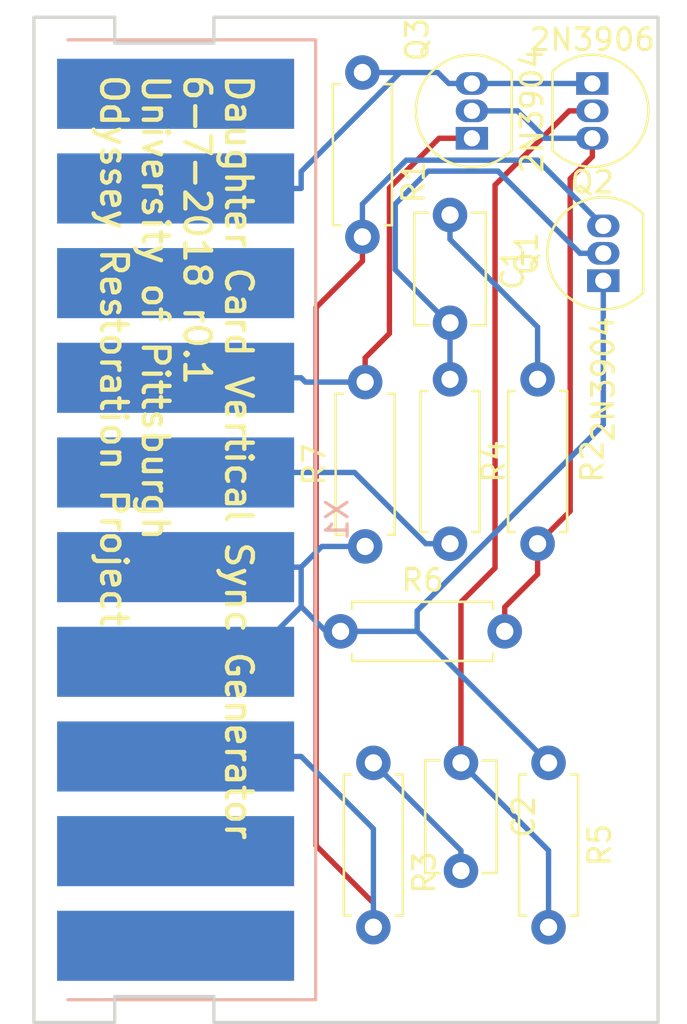
<source format=kicad_pcb>
(kicad_pcb (version 20171130) (host pcbnew "(2017-12-21 revision 23d71cfa9)-makepkg")

  (general
    (thickness 1.6)
    (drawings 13)
    (tracks 76)
    (zones 0)
    (modules 13)
    (nets 15)
  )

  (page A4)
  (title_block
    (title "Odyssey Daughter Card Vertical Sync Generator")
    (date 2018-06-07)
    (rev 0.1)
    (company "University of Pittsburgh - Odyssey Restoration Project")
    (comment 1 "Levi Burner")
  )

  (layers
    (0 F.Cu signal)
    (31 B.Cu signal)
    (32 B.Adhes user)
    (33 F.Adhes user)
    (34 B.Paste user)
    (35 F.Paste user)
    (36 B.SilkS user)
    (37 F.SilkS user)
    (38 B.Mask user)
    (39 F.Mask user)
    (40 Dwgs.User user)
    (41 Cmts.User user)
    (42 Eco1.User user)
    (43 Eco2.User user)
    (44 Edge.Cuts user)
    (45 Margin user)
    (46 B.CrtYd user)
    (47 F.CrtYd user)
    (48 B.Fab user)
    (49 F.Fab user)
  )

  (setup
    (last_trace_width 0.25)
    (user_trace_width 2.5)
    (trace_clearance 0.2)
    (zone_clearance 0.508)
    (zone_45_only no)
    (trace_min 0.2)
    (segment_width 0.2)
    (edge_width 0.15)
    (via_size 0.8)
    (via_drill 0.4)
    (via_min_size 0.4)
    (via_min_drill 0.3)
    (uvia_size 0.3)
    (uvia_drill 0.1)
    (uvias_allowed no)
    (uvia_min_size 0.2)
    (uvia_min_drill 0.1)
    (pcb_text_width 0.3)
    (pcb_text_size 1.5 1.5)
    (mod_edge_width 0.15)
    (mod_text_size 1 1)
    (mod_text_width 0.15)
    (pad_size 1.524 1.524)
    (pad_drill 0.762)
    (pad_to_mask_clearance 0.2)
    (aux_axis_origin 0 0)
    (visible_elements 7FFFFFFF)
    (pcbplotparams
      (layerselection 0x010fc_ffffffff)
      (usegerberextensions false)
      (usegerberattributes false)
      (usegerberadvancedattributes false)
      (creategerberjobfile false)
      (excludeedgelayer true)
      (linewidth 0.100000)
      (plotframeref false)
      (viasonmask false)
      (mode 1)
      (useauxorigin false)
      (hpglpennumber 1)
      (hpglpenspeed 20)
      (hpglpendiameter 15)
      (psnegative false)
      (psa4output false)
      (plotreference true)
      (plotvalue true)
      (plotinvisibletext false)
      (padsonsilk false)
      (subtractmaskfromsilk false)
      (outputformat 1)
      (mirror false)
      (drillshape 1)
      (scaleselection 1)
      (outputdirectory ""))
  )

  (net 0 "")
  (net 1 "Net-(C1-Pad1)")
  (net 2 "Net-(C1-Pad2)")
  (net 3 "Net-(C2-Pad2)")
  (net 4 "Net-(C2-Pad1)")
  (net 5 /Card3)
  (net 6 GND)
  (net 7 "Net-(Q2-Pad3)")
  (net 8 /Card9)
  (net 9 /Card7)
  (net 10 /Card6)
  (net 11 /Card10)
  (net 12 /Card8)
  (net 13 /Card2)
  (net 14 /Card1)

  (net_class Default "This is the default net class."
    (clearance 0.2)
    (trace_width 0.25)
    (via_dia 0.8)
    (via_drill 0.4)
    (uvia_dia 0.3)
    (uvia_drill 0.1)
    (add_net /Card1)
    (add_net /Card10)
    (add_net /Card2)
    (add_net /Card3)
    (add_net /Card6)
    (add_net /Card7)
    (add_net /Card8)
    (add_net /Card9)
    (add_net GND)
    (add_net "Net-(C1-Pad1)")
    (add_net "Net-(C1-Pad2)")
    (add_net "Net-(C2-Pad1)")
    (add_net "Net-(C2-Pad2)")
    (add_net "Net-(Q2-Pad3)")
  )

  (module Odyssey_Daughter_Card:Odyssey_Daughter_Card (layer F.Cu) (tedit 5B0D8ECD) (tstamp 5B2441A7)
    (at 129 101)
    (path /5B0D981F)
    (fp_text reference X1 (at 7.5 0 90) (layer B.SilkS)
      (effects (font (size 1 1) (thickness 0.15)) (justify mirror))
    )
    (fp_text value OdysseyDaughterCard (at 0 -23.25) (layer F.Fab)
      (effects (font (size 1 1) (thickness 0.15)))
    )
    (fp_line (start -5 -22.25) (end 6.5 -22.25) (layer B.SilkS) (width 0.15))
    (fp_line (start 6.5 -22.25) (end 6.5 22.25) (layer B.SilkS) (width 0.15))
    (fp_line (start 6.5 22.25) (end -5 22.25) (layer B.SilkS) (width 0.15))
    (pad 10 smd rect (at 0 -19.75) (size 11 3.25) (layers B.Cu B.Mask)
      (net 11 /Card10))
    (pad 9 smd rect (at 0 -15.361112) (size 11 3.25) (layers B.Cu B.Mask)
      (net 8 /Card9))
    (pad 8 smd rect (at 0 -10.972224) (size 11 3.25) (layers B.Cu B.Mask)
      (net 12 /Card8))
    (pad 7 smd rect (at 0 -6.583336) (size 11 3.25) (layers B.Cu B.Mask)
      (net 9 /Card7))
    (pad 6 smd rect (at 0 -2.194448) (size 11 3.25) (layers B.Cu B.Mask)
      (net 10 /Card6))
    (pad 5 smd rect (at 0 2.19444) (size 11 3.25) (layers B.Cu B.Mask)
      (net 6 GND))
    (pad 4 smd rect (at 0 6.583328) (size 11 3.25) (layers B.Cu B.Mask)
      (net 6 GND))
    (pad 3 smd rect (at 0 10.972216) (size 11 3.25) (layers B.Cu B.Mask)
      (net 5 /Card3))
    (pad 2 smd rect (at 0 15.361104) (size 11 3.25) (layers B.Cu B.Mask)
      (net 13 /Card2))
    (pad 1 smd rect (at 0 19.749992) (size 11 3.25) (layers B.Cu B.Mask)
      (net 14 /Card1))
  )

  (module Package_TO_SOT_THT:TO-92_Inline (layer F.Cu) (tedit 5B19C40B) (tstamp 5B3B8630)
    (at 148.844 89.916 90)
    (descr "TO-92 leads in-line, narrow, oval pads, drill 0.75mm (see NXP sot054_po.pdf)")
    (tags "to-92 sc-43 sc-43a sot54 PA33 transistor")
    (path /5B19B92C)
    (fp_text reference Q1 (at 1.27 -3.56 90) (layer F.SilkS)
      (effects (font (size 1 1) (thickness 0.15)))
    )
    (fp_text value 2N3904 (at -4.572 0 90) (layer F.SilkS)
      (effects (font (size 1 1) (thickness 0.15)))
    )
    (fp_text user %R (at 1.27 -3.56 90) (layer F.Fab)
      (effects (font (size 1 1) (thickness 0.15)))
    )
    (fp_line (start -0.53 1.85) (end 3.07 1.85) (layer F.SilkS) (width 0.12))
    (fp_line (start -0.5 1.75) (end 3 1.75) (layer F.Fab) (width 0.1))
    (fp_line (start -1.46 -2.73) (end 4 -2.73) (layer F.CrtYd) (width 0.05))
    (fp_line (start -1.46 -2.73) (end -1.46 2.01) (layer F.CrtYd) (width 0.05))
    (fp_line (start 4 2.01) (end 4 -2.73) (layer F.CrtYd) (width 0.05))
    (fp_line (start 4 2.01) (end -1.46 2.01) (layer F.CrtYd) (width 0.05))
    (fp_arc (start 1.27 0) (end 1.27 -2.48) (angle 135) (layer F.Fab) (width 0.1))
    (fp_arc (start 1.27 0) (end 1.27 -2.6) (angle -135) (layer F.SilkS) (width 0.12))
    (fp_arc (start 1.27 0) (end 1.27 -2.48) (angle -135) (layer F.Fab) (width 0.1))
    (fp_arc (start 1.27 0) (end 1.27 -2.6) (angle 135) (layer F.SilkS) (width 0.12))
    (pad 2 thru_hole oval (at 1.27 0 90) (size 1.05 1.5) (drill 0.75) (layers *.Cu *.Mask)
      (net 2 "Net-(C1-Pad2)"))
    (pad 3 thru_hole oval (at 2.54 0 90) (size 1.05 1.5) (drill 0.75) (layers *.Cu *.Mask)
      (net 5 /Card3))
    (pad 1 thru_hole rect (at 0 0 90) (size 1.05 1.5) (drill 0.75) (layers *.Cu *.Mask)
      (net 6 GND))
    (model ${KISYS3DMOD}/Package_TO_SOT_THT.3dshapes/TO-92_Inline.wrl
      (at (xyz 0 0 0))
      (scale (xyz 1 1 1))
      (rotate (xyz 0 0 0))
    )
  )

  (module Package_TO_SOT_THT:TO-92_Inline (layer F.Cu) (tedit 5B19C3FC) (tstamp 5B3B8642)
    (at 148.336 80.772 270)
    (descr "TO-92 leads in-line, narrow, oval pads, drill 0.75mm (see NXP sot054_po.pdf)")
    (tags "to-92 sc-43 sc-43a sot54 PA33 transistor")
    (path /5B19BAA2)
    (fp_text reference Q2 (at 4.572 0) (layer F.SilkS)
      (effects (font (size 1 1) (thickness 0.15)))
    )
    (fp_text value 2N3906 (at -2.032 0) (layer F.SilkS)
      (effects (font (size 1 1) (thickness 0.15)))
    )
    (fp_text user %R (at 1.27 -3.56 270) (layer F.Fab)
      (effects (font (size 1 1) (thickness 0.15)))
    )
    (fp_line (start -0.53 1.85) (end 3.07 1.85) (layer F.SilkS) (width 0.12))
    (fp_line (start -0.5 1.75) (end 3 1.75) (layer F.Fab) (width 0.1))
    (fp_line (start -1.46 -2.73) (end 4 -2.73) (layer F.CrtYd) (width 0.05))
    (fp_line (start -1.46 -2.73) (end -1.46 2.01) (layer F.CrtYd) (width 0.05))
    (fp_line (start 4 2.01) (end 4 -2.73) (layer F.CrtYd) (width 0.05))
    (fp_line (start 4 2.01) (end -1.46 2.01) (layer F.CrtYd) (width 0.05))
    (fp_arc (start 1.27 0) (end 1.27 -2.48) (angle 135) (layer F.Fab) (width 0.1))
    (fp_arc (start 1.27 0) (end 1.27 -2.6) (angle -135) (layer F.SilkS) (width 0.12))
    (fp_arc (start 1.27 0) (end 1.27 -2.48) (angle -135) (layer F.Fab) (width 0.1))
    (fp_arc (start 1.27 0) (end 1.27 -2.6) (angle 135) (layer F.SilkS) (width 0.12))
    (pad 2 thru_hole oval (at 1.27 0 270) (size 1.05 1.5) (drill 0.75) (layers *.Cu *.Mask)
      (net 4 "Net-(C2-Pad1)"))
    (pad 3 thru_hole oval (at 2.54 0 270) (size 1.05 1.5) (drill 0.75) (layers *.Cu *.Mask)
      (net 7 "Net-(Q2-Pad3)"))
    (pad 1 thru_hole rect (at 0 0 270) (size 1.05 1.5) (drill 0.75) (layers *.Cu *.Mask)
      (net 8 /Card9))
    (model ${KISYS3DMOD}/Package_TO_SOT_THT.3dshapes/TO-92_Inline.wrl
      (at (xyz 0 0 0))
      (scale (xyz 1 1 1))
      (rotate (xyz 0 0 0))
    )
  )

  (module Package_TO_SOT_THT:TO-92_Inline (layer F.Cu) (tedit 5B19C415) (tstamp 5B3B8654)
    (at 142.748 83.312 90)
    (descr "TO-92 leads in-line, narrow, oval pads, drill 0.75mm (see NXP sot054_po.pdf)")
    (tags "to-92 sc-43 sc-43a sot54 PA33 transistor")
    (path /5B19B9CB)
    (fp_text reference Q3 (at 4.572 -2.54 90) (layer F.SilkS)
      (effects (font (size 1 1) (thickness 0.15)))
    )
    (fp_text value 2N3904 (at 1.27 2.79 90) (layer F.SilkS)
      (effects (font (size 1 1) (thickness 0.15)))
    )
    (fp_arc (start 1.27 0) (end 1.27 -2.6) (angle 135) (layer F.SilkS) (width 0.12))
    (fp_arc (start 1.27 0) (end 1.27 -2.48) (angle -135) (layer F.Fab) (width 0.1))
    (fp_arc (start 1.27 0) (end 1.27 -2.6) (angle -135) (layer F.SilkS) (width 0.12))
    (fp_arc (start 1.27 0) (end 1.27 -2.48) (angle 135) (layer F.Fab) (width 0.1))
    (fp_line (start 4 2.01) (end -1.46 2.01) (layer F.CrtYd) (width 0.05))
    (fp_line (start 4 2.01) (end 4 -2.73) (layer F.CrtYd) (width 0.05))
    (fp_line (start -1.46 -2.73) (end -1.46 2.01) (layer F.CrtYd) (width 0.05))
    (fp_line (start -1.46 -2.73) (end 4 -2.73) (layer F.CrtYd) (width 0.05))
    (fp_line (start -0.5 1.75) (end 3 1.75) (layer F.Fab) (width 0.1))
    (fp_line (start -0.53 1.85) (end 3.07 1.85) (layer F.SilkS) (width 0.12))
    (fp_text user %R (at 1.27 -3.56 90) (layer F.Fab)
      (effects (font (size 1 1) (thickness 0.15)))
    )
    (pad 1 thru_hole rect (at 0 0 90) (size 1.05 1.5) (drill 0.75) (layers *.Cu *.Mask)
      (net 9 /Card7))
    (pad 3 thru_hole oval (at 2.54 0 90) (size 1.05 1.5) (drill 0.75) (layers *.Cu *.Mask)
      (net 8 /Card9))
    (pad 2 thru_hole oval (at 1.27 0 90) (size 1.05 1.5) (drill 0.75) (layers *.Cu *.Mask)
      (net 7 "Net-(Q2-Pad3)"))
    (model ${KISYS3DMOD}/Package_TO_SOT_THT.3dshapes/TO-92_Inline.wrl
      (at (xyz 0 0 0))
      (scale (xyz 1 1 1))
      (rotate (xyz 0 0 0))
    )
  )

  (module Resistor_THT:R_Axial_DIN0207_L6.3mm_D2.5mm_P7.62mm_Horizontal (layer F.Cu) (tedit 5A24F4B6) (tstamp 5B3B866B)
    (at 137.668 80.264 270)
    (descr "Resistor, Axial_DIN0207 series, Axial, Horizontal, pin pitch=7.62mm, 0.25W = 1/4W, length*diameter=6.3*2.5mm^2, http://cdn-reichelt.de/documents/datenblatt/B400/1_4W%23YAG.pdf")
    (tags "Resistor Axial_DIN0207 series Axial Horizontal pin pitch 7.62mm 0.25W = 1/4W length 6.3mm diameter 2.5mm")
    (path /5B19BB7C)
    (fp_text reference R1 (at 5.08 -2.37 270) (layer F.SilkS)
      (effects (font (size 1 1) (thickness 0.15)))
    )
    (fp_text value 2.2k (at 3.81 2.37 270) (layer F.Fab)
      (effects (font (size 1 1) (thickness 0.15)))
    )
    (fp_line (start 0.66 -1.25) (end 0.66 1.25) (layer F.Fab) (width 0.1))
    (fp_line (start 0.66 1.25) (end 6.96 1.25) (layer F.Fab) (width 0.1))
    (fp_line (start 6.96 1.25) (end 6.96 -1.25) (layer F.Fab) (width 0.1))
    (fp_line (start 6.96 -1.25) (end 0.66 -1.25) (layer F.Fab) (width 0.1))
    (fp_line (start 0 0) (end 0.66 0) (layer F.Fab) (width 0.1))
    (fp_line (start 7.62 0) (end 6.96 0) (layer F.Fab) (width 0.1))
    (fp_line (start 0.54 -1.04) (end 0.54 -1.37) (layer F.SilkS) (width 0.12))
    (fp_line (start 0.54 -1.37) (end 7.08 -1.37) (layer F.SilkS) (width 0.12))
    (fp_line (start 7.08 -1.37) (end 7.08 -1.04) (layer F.SilkS) (width 0.12))
    (fp_line (start 0.54 1.04) (end 0.54 1.37) (layer F.SilkS) (width 0.12))
    (fp_line (start 0.54 1.37) (end 7.08 1.37) (layer F.SilkS) (width 0.12))
    (fp_line (start 7.08 1.37) (end 7.08 1.04) (layer F.SilkS) (width 0.12))
    (fp_line (start -1.05 -1.65) (end -1.05 1.65) (layer F.CrtYd) (width 0.05))
    (fp_line (start -1.05 1.65) (end 8.7 1.65) (layer F.CrtYd) (width 0.05))
    (fp_line (start 8.7 1.65) (end 8.7 -1.65) (layer F.CrtYd) (width 0.05))
    (fp_line (start 8.7 -1.65) (end -1.05 -1.65) (layer F.CrtYd) (width 0.05))
    (fp_text user %R (at 3.81 0 270) (layer F.Fab)
      (effects (font (size 1 1) (thickness 0.15)))
    )
    (pad 1 thru_hole circle (at 0 0 270) (size 1.6 1.6) (drill 0.8) (layers *.Cu *.Mask)
      (net 8 /Card9))
    (pad 2 thru_hole oval (at 7.62 0 270) (size 1.6 1.6) (drill 0.8) (layers *.Cu *.Mask)
      (net 5 /Card3))
    (model ${KISYS3DMOD}/Resistor_THT.3dshapes/R_Axial_DIN0207_L6.3mm_D2.5mm_P7.62mm_Horizontal.wrl
      (at (xyz 0 0 0))
      (scale (xyz 1 1 1))
      (rotate (xyz 0 0 0))
    )
  )

  (module Resistor_THT:R_Axial_DIN0207_L6.3mm_D2.5mm_P7.62mm_Horizontal (layer F.Cu) (tedit 5A24F4B6) (tstamp 5B3B8682)
    (at 141.732 94.488 270)
    (descr "Resistor, Axial_DIN0207 series, Axial, Horizontal, pin pitch=7.62mm, 0.25W = 1/4W, length*diameter=6.3*2.5mm^2, http://cdn-reichelt.de/documents/datenblatt/B400/1_4W%23YAG.pdf")
    (tags "Resistor Axial_DIN0207 series Axial Horizontal pin pitch 7.62mm 0.25W = 1/4W length 6.3mm diameter 2.5mm")
    (path /5B19BDEB)
    (fp_text reference R2 (at 3.81 -6.604 270) (layer F.SilkS)
      (effects (font (size 1 1) (thickness 0.15)))
    )
    (fp_text value 180k (at 3.81 2.37 270) (layer F.Fab)
      (effects (font (size 1 1) (thickness 0.15)))
    )
    (fp_line (start 0.66 -1.25) (end 0.66 1.25) (layer F.Fab) (width 0.1))
    (fp_line (start 0.66 1.25) (end 6.96 1.25) (layer F.Fab) (width 0.1))
    (fp_line (start 6.96 1.25) (end 6.96 -1.25) (layer F.Fab) (width 0.1))
    (fp_line (start 6.96 -1.25) (end 0.66 -1.25) (layer F.Fab) (width 0.1))
    (fp_line (start 0 0) (end 0.66 0) (layer F.Fab) (width 0.1))
    (fp_line (start 7.62 0) (end 6.96 0) (layer F.Fab) (width 0.1))
    (fp_line (start 0.54 -1.04) (end 0.54 -1.37) (layer F.SilkS) (width 0.12))
    (fp_line (start 0.54 -1.37) (end 7.08 -1.37) (layer F.SilkS) (width 0.12))
    (fp_line (start 7.08 -1.37) (end 7.08 -1.04) (layer F.SilkS) (width 0.12))
    (fp_line (start 0.54 1.04) (end 0.54 1.37) (layer F.SilkS) (width 0.12))
    (fp_line (start 0.54 1.37) (end 7.08 1.37) (layer F.SilkS) (width 0.12))
    (fp_line (start 7.08 1.37) (end 7.08 1.04) (layer F.SilkS) (width 0.12))
    (fp_line (start -1.05 -1.65) (end -1.05 1.65) (layer F.CrtYd) (width 0.05))
    (fp_line (start -1.05 1.65) (end 8.7 1.65) (layer F.CrtYd) (width 0.05))
    (fp_line (start 8.7 1.65) (end 8.7 -1.65) (layer F.CrtYd) (width 0.05))
    (fp_line (start 8.7 -1.65) (end -1.05 -1.65) (layer F.CrtYd) (width 0.05))
    (fp_text user %R (at 3.81 0 270) (layer F.Fab)
      (effects (font (size 1 1) (thickness 0.15)))
    )
    (pad 1 thru_hole circle (at 0 0 270) (size 1.6 1.6) (drill 0.8) (layers *.Cu *.Mask)
      (net 2 "Net-(C1-Pad2)"))
    (pad 2 thru_hole oval (at 7.62 0 270) (size 1.6 1.6) (drill 0.8) (layers *.Cu *.Mask)
      (net 10 /Card6))
    (model ${KISYS3DMOD}/Resistor_THT.3dshapes/R_Axial_DIN0207_L6.3mm_D2.5mm_P7.62mm_Horizontal.wrl
      (at (xyz 0 0 0))
      (scale (xyz 1 1 1))
      (rotate (xyz 0 0 0))
    )
  )

  (module Resistor_THT:R_Axial_DIN0207_L6.3mm_D2.5mm_P7.62mm_Horizontal (layer F.Cu) (tedit 5A24F4B6) (tstamp 5B3B8699)
    (at 138.176 112.268 270)
    (descr "Resistor, Axial_DIN0207 series, Axial, Horizontal, pin pitch=7.62mm, 0.25W = 1/4W, length*diameter=6.3*2.5mm^2, http://cdn-reichelt.de/documents/datenblatt/B400/1_4W%23YAG.pdf")
    (tags "Resistor Axial_DIN0207 series Axial Horizontal pin pitch 7.62mm 0.25W = 1/4W length 6.3mm diameter 2.5mm")
    (path /5B19BCB8)
    (fp_text reference R3 (at 5.08 -2.37 270) (layer F.SilkS)
      (effects (font (size 1 1) (thickness 0.15)))
    )
    (fp_text value 470 (at 3.81 2.37 270) (layer F.Fab)
      (effects (font (size 1 1) (thickness 0.15)))
    )
    (fp_text user %R (at 3.81 0 270) (layer F.Fab)
      (effects (font (size 1 1) (thickness 0.15)))
    )
    (fp_line (start 8.7 -1.65) (end -1.05 -1.65) (layer F.CrtYd) (width 0.05))
    (fp_line (start 8.7 1.65) (end 8.7 -1.65) (layer F.CrtYd) (width 0.05))
    (fp_line (start -1.05 1.65) (end 8.7 1.65) (layer F.CrtYd) (width 0.05))
    (fp_line (start -1.05 -1.65) (end -1.05 1.65) (layer F.CrtYd) (width 0.05))
    (fp_line (start 7.08 1.37) (end 7.08 1.04) (layer F.SilkS) (width 0.12))
    (fp_line (start 0.54 1.37) (end 7.08 1.37) (layer F.SilkS) (width 0.12))
    (fp_line (start 0.54 1.04) (end 0.54 1.37) (layer F.SilkS) (width 0.12))
    (fp_line (start 7.08 -1.37) (end 7.08 -1.04) (layer F.SilkS) (width 0.12))
    (fp_line (start 0.54 -1.37) (end 7.08 -1.37) (layer F.SilkS) (width 0.12))
    (fp_line (start 0.54 -1.04) (end 0.54 -1.37) (layer F.SilkS) (width 0.12))
    (fp_line (start 7.62 0) (end 6.96 0) (layer F.Fab) (width 0.1))
    (fp_line (start 0 0) (end 0.66 0) (layer F.Fab) (width 0.1))
    (fp_line (start 6.96 -1.25) (end 0.66 -1.25) (layer F.Fab) (width 0.1))
    (fp_line (start 6.96 1.25) (end 6.96 -1.25) (layer F.Fab) (width 0.1))
    (fp_line (start 0.66 1.25) (end 6.96 1.25) (layer F.Fab) (width 0.1))
    (fp_line (start 0.66 -1.25) (end 0.66 1.25) (layer F.Fab) (width 0.1))
    (pad 2 thru_hole oval (at 7.62 0 270) (size 1.6 1.6) (drill 0.8) (layers *.Cu *.Mask)
      (net 5 /Card3))
    (pad 1 thru_hole circle (at 0 0 270) (size 1.6 1.6) (drill 0.8) (layers *.Cu *.Mask)
      (net 3 "Net-(C2-Pad2)"))
    (model ${KISYS3DMOD}/Resistor_THT.3dshapes/R_Axial_DIN0207_L6.3mm_D2.5mm_P7.62mm_Horizontal.wrl
      (at (xyz 0 0 0))
      (scale (xyz 1 1 1))
      (rotate (xyz 0 0 0))
    )
  )

  (module Resistor_THT:R_Axial_DIN0207_L6.3mm_D2.5mm_P7.62mm_Horizontal (layer F.Cu) (tedit 5A24F4B6) (tstamp 5B3B86B0)
    (at 145.796 102.108 90)
    (descr "Resistor, Axial_DIN0207 series, Axial, Horizontal, pin pitch=7.62mm, 0.25W = 1/4W, length*diameter=6.3*2.5mm^2, http://cdn-reichelt.de/documents/datenblatt/B400/1_4W%23YAG.pdf")
    (tags "Resistor Axial_DIN0207 series Axial Horizontal pin pitch 7.62mm 0.25W = 1/4W length 6.3mm diameter 2.5mm")
    (path /5B19BE43)
    (fp_text reference R4 (at 3.81 -2.032 90) (layer F.SilkS)
      (effects (font (size 1 1) (thickness 0.15)))
    )
    (fp_text value 820 (at 3.81 2.37 90) (layer F.Fab)
      (effects (font (size 1 1) (thickness 0.15)))
    )
    (fp_text user %R (at 3.81 0 90) (layer F.Fab)
      (effects (font (size 1 1) (thickness 0.15)))
    )
    (fp_line (start 8.7 -1.65) (end -1.05 -1.65) (layer F.CrtYd) (width 0.05))
    (fp_line (start 8.7 1.65) (end 8.7 -1.65) (layer F.CrtYd) (width 0.05))
    (fp_line (start -1.05 1.65) (end 8.7 1.65) (layer F.CrtYd) (width 0.05))
    (fp_line (start -1.05 -1.65) (end -1.05 1.65) (layer F.CrtYd) (width 0.05))
    (fp_line (start 7.08 1.37) (end 7.08 1.04) (layer F.SilkS) (width 0.12))
    (fp_line (start 0.54 1.37) (end 7.08 1.37) (layer F.SilkS) (width 0.12))
    (fp_line (start 0.54 1.04) (end 0.54 1.37) (layer F.SilkS) (width 0.12))
    (fp_line (start 7.08 -1.37) (end 7.08 -1.04) (layer F.SilkS) (width 0.12))
    (fp_line (start 0.54 -1.37) (end 7.08 -1.37) (layer F.SilkS) (width 0.12))
    (fp_line (start 0.54 -1.04) (end 0.54 -1.37) (layer F.SilkS) (width 0.12))
    (fp_line (start 7.62 0) (end 6.96 0) (layer F.Fab) (width 0.1))
    (fp_line (start 0 0) (end 0.66 0) (layer F.Fab) (width 0.1))
    (fp_line (start 6.96 -1.25) (end 0.66 -1.25) (layer F.Fab) (width 0.1))
    (fp_line (start 6.96 1.25) (end 6.96 -1.25) (layer F.Fab) (width 0.1))
    (fp_line (start 0.66 1.25) (end 6.96 1.25) (layer F.Fab) (width 0.1))
    (fp_line (start 0.66 -1.25) (end 0.66 1.25) (layer F.Fab) (width 0.1))
    (pad 2 thru_hole oval (at 7.62 0 90) (size 1.6 1.6) (drill 0.8) (layers *.Cu *.Mask)
      (net 1 "Net-(C1-Pad1)"))
    (pad 1 thru_hole circle (at 0 0 90) (size 1.6 1.6) (drill 0.8) (layers *.Cu *.Mask)
      (net 7 "Net-(Q2-Pad3)"))
    (model ${KISYS3DMOD}/Resistor_THT.3dshapes/R_Axial_DIN0207_L6.3mm_D2.5mm_P7.62mm_Horizontal.wrl
      (at (xyz 0 0 0))
      (scale (xyz 1 1 1))
      (rotate (xyz 0 0 0))
    )
  )

  (module Resistor_THT:R_Axial_DIN0207_L6.3mm_D2.5mm_P7.62mm_Horizontal (layer F.Cu) (tedit 5A24F4B6) (tstamp 5B3B86C7)
    (at 146.304 112.268 270)
    (descr "Resistor, Axial_DIN0207 series, Axial, Horizontal, pin pitch=7.62mm, 0.25W = 1/4W, length*diameter=6.3*2.5mm^2, http://cdn-reichelt.de/documents/datenblatt/B400/1_4W%23YAG.pdf")
    (tags "Resistor Axial_DIN0207 series Axial Horizontal pin pitch 7.62mm 0.25W = 1/4W length 6.3mm diameter 2.5mm")
    (path /5B19BFDE)
    (fp_text reference R5 (at 3.81 -2.37 270) (layer F.SilkS)
      (effects (font (size 1 1) (thickness 0.15)))
    )
    (fp_text value 300k (at 3.81 2.37 270) (layer F.Fab)
      (effects (font (size 1 1) (thickness 0.15)))
    )
    (fp_line (start 0.66 -1.25) (end 0.66 1.25) (layer F.Fab) (width 0.1))
    (fp_line (start 0.66 1.25) (end 6.96 1.25) (layer F.Fab) (width 0.1))
    (fp_line (start 6.96 1.25) (end 6.96 -1.25) (layer F.Fab) (width 0.1))
    (fp_line (start 6.96 -1.25) (end 0.66 -1.25) (layer F.Fab) (width 0.1))
    (fp_line (start 0 0) (end 0.66 0) (layer F.Fab) (width 0.1))
    (fp_line (start 7.62 0) (end 6.96 0) (layer F.Fab) (width 0.1))
    (fp_line (start 0.54 -1.04) (end 0.54 -1.37) (layer F.SilkS) (width 0.12))
    (fp_line (start 0.54 -1.37) (end 7.08 -1.37) (layer F.SilkS) (width 0.12))
    (fp_line (start 7.08 -1.37) (end 7.08 -1.04) (layer F.SilkS) (width 0.12))
    (fp_line (start 0.54 1.04) (end 0.54 1.37) (layer F.SilkS) (width 0.12))
    (fp_line (start 0.54 1.37) (end 7.08 1.37) (layer F.SilkS) (width 0.12))
    (fp_line (start 7.08 1.37) (end 7.08 1.04) (layer F.SilkS) (width 0.12))
    (fp_line (start -1.05 -1.65) (end -1.05 1.65) (layer F.CrtYd) (width 0.05))
    (fp_line (start -1.05 1.65) (end 8.7 1.65) (layer F.CrtYd) (width 0.05))
    (fp_line (start 8.7 1.65) (end 8.7 -1.65) (layer F.CrtYd) (width 0.05))
    (fp_line (start 8.7 -1.65) (end -1.05 -1.65) (layer F.CrtYd) (width 0.05))
    (fp_text user %R (at 3.81 0 270) (layer F.Fab)
      (effects (font (size 1 1) (thickness 0.15)))
    )
    (pad 1 thru_hole circle (at 0 0 270) (size 1.6 1.6) (drill 0.8) (layers *.Cu *.Mask)
      (net 6 GND))
    (pad 2 thru_hole oval (at 7.62 0 270) (size 1.6 1.6) (drill 0.8) (layers *.Cu *.Mask)
      (net 4 "Net-(C2-Pad1)"))
    (model ${KISYS3DMOD}/Resistor_THT.3dshapes/R_Axial_DIN0207_L6.3mm_D2.5mm_P7.62mm_Horizontal.wrl
      (at (xyz 0 0 0))
      (scale (xyz 1 1 1))
      (rotate (xyz 0 0 0))
    )
  )

  (module Resistor_THT:R_Axial_DIN0207_L6.3mm_D2.5mm_P7.62mm_Horizontal (layer F.Cu) (tedit 5A24F4B6) (tstamp 5B3B86DE)
    (at 136.652 106.172)
    (descr "Resistor, Axial_DIN0207 series, Axial, Horizontal, pin pitch=7.62mm, 0.25W = 1/4W, length*diameter=6.3*2.5mm^2, http://cdn-reichelt.de/documents/datenblatt/B400/1_4W%23YAG.pdf")
    (tags "Resistor Axial_DIN0207 series Axial Horizontal pin pitch 7.62mm 0.25W = 1/4W length 6.3mm diameter 2.5mm")
    (path /5B19E0CE)
    (fp_text reference R6 (at 3.81 -2.37) (layer F.SilkS)
      (effects (font (size 1 1) (thickness 0.15)))
    )
    (fp_text value 2.2k (at 3.81 2.37) (layer F.Fab)
      (effects (font (size 1 1) (thickness 0.15)))
    )
    (fp_line (start 0.66 -1.25) (end 0.66 1.25) (layer F.Fab) (width 0.1))
    (fp_line (start 0.66 1.25) (end 6.96 1.25) (layer F.Fab) (width 0.1))
    (fp_line (start 6.96 1.25) (end 6.96 -1.25) (layer F.Fab) (width 0.1))
    (fp_line (start 6.96 -1.25) (end 0.66 -1.25) (layer F.Fab) (width 0.1))
    (fp_line (start 0 0) (end 0.66 0) (layer F.Fab) (width 0.1))
    (fp_line (start 7.62 0) (end 6.96 0) (layer F.Fab) (width 0.1))
    (fp_line (start 0.54 -1.04) (end 0.54 -1.37) (layer F.SilkS) (width 0.12))
    (fp_line (start 0.54 -1.37) (end 7.08 -1.37) (layer F.SilkS) (width 0.12))
    (fp_line (start 7.08 -1.37) (end 7.08 -1.04) (layer F.SilkS) (width 0.12))
    (fp_line (start 0.54 1.04) (end 0.54 1.37) (layer F.SilkS) (width 0.12))
    (fp_line (start 0.54 1.37) (end 7.08 1.37) (layer F.SilkS) (width 0.12))
    (fp_line (start 7.08 1.37) (end 7.08 1.04) (layer F.SilkS) (width 0.12))
    (fp_line (start -1.05 -1.65) (end -1.05 1.65) (layer F.CrtYd) (width 0.05))
    (fp_line (start -1.05 1.65) (end 8.7 1.65) (layer F.CrtYd) (width 0.05))
    (fp_line (start 8.7 1.65) (end 8.7 -1.65) (layer F.CrtYd) (width 0.05))
    (fp_line (start 8.7 -1.65) (end -1.05 -1.65) (layer F.CrtYd) (width 0.05))
    (fp_text user %R (at 3.81 0) (layer F.Fab)
      (effects (font (size 1 1) (thickness 0.15)))
    )
    (pad 1 thru_hole circle (at 0 0) (size 1.6 1.6) (drill 0.8) (layers *.Cu *.Mask)
      (net 6 GND))
    (pad 2 thru_hole oval (at 7.62 0) (size 1.6 1.6) (drill 0.8) (layers *.Cu *.Mask)
      (net 7 "Net-(Q2-Pad3)"))
    (model ${KISYS3DMOD}/Resistor_THT.3dshapes/R_Axial_DIN0207_L6.3mm_D2.5mm_P7.62mm_Horizontal.wrl
      (at (xyz 0 0 0))
      (scale (xyz 1 1 1))
      (rotate (xyz 0 0 0))
    )
  )

  (module Resistor_THT:R_Axial_DIN0207_L6.3mm_D2.5mm_P7.62mm_Horizontal (layer F.Cu) (tedit 5A24F4B6) (tstamp 5B3B86F5)
    (at 137.795 102.235 90)
    (descr "Resistor, Axial_DIN0207 series, Axial, Horizontal, pin pitch=7.62mm, 0.25W = 1/4W, length*diameter=6.3*2.5mm^2, http://cdn-reichelt.de/documents/datenblatt/B400/1_4W%23YAG.pdf")
    (tags "Resistor Axial_DIN0207 series Axial Horizontal pin pitch 7.62mm 0.25W = 1/4W length 6.3mm diameter 2.5mm")
    (path /5B19C0E1)
    (fp_text reference R7 (at 3.81 -2.37 90) (layer F.SilkS)
      (effects (font (size 1 1) (thickness 0.15)))
    )
    (fp_text value 470 (at 3.81 2.37 90) (layer F.Fab)
      (effects (font (size 1 1) (thickness 0.15)))
    )
    (fp_text user %R (at 3.81 0 90) (layer F.Fab)
      (effects (font (size 1 1) (thickness 0.15)))
    )
    (fp_line (start 8.7 -1.65) (end -1.05 -1.65) (layer F.CrtYd) (width 0.05))
    (fp_line (start 8.7 1.65) (end 8.7 -1.65) (layer F.CrtYd) (width 0.05))
    (fp_line (start -1.05 1.65) (end 8.7 1.65) (layer F.CrtYd) (width 0.05))
    (fp_line (start -1.05 -1.65) (end -1.05 1.65) (layer F.CrtYd) (width 0.05))
    (fp_line (start 7.08 1.37) (end 7.08 1.04) (layer F.SilkS) (width 0.12))
    (fp_line (start 0.54 1.37) (end 7.08 1.37) (layer F.SilkS) (width 0.12))
    (fp_line (start 0.54 1.04) (end 0.54 1.37) (layer F.SilkS) (width 0.12))
    (fp_line (start 7.08 -1.37) (end 7.08 -1.04) (layer F.SilkS) (width 0.12))
    (fp_line (start 0.54 -1.37) (end 7.08 -1.37) (layer F.SilkS) (width 0.12))
    (fp_line (start 0.54 -1.04) (end 0.54 -1.37) (layer F.SilkS) (width 0.12))
    (fp_line (start 7.62 0) (end 6.96 0) (layer F.Fab) (width 0.1))
    (fp_line (start 0 0) (end 0.66 0) (layer F.Fab) (width 0.1))
    (fp_line (start 6.96 -1.25) (end 0.66 -1.25) (layer F.Fab) (width 0.1))
    (fp_line (start 6.96 1.25) (end 6.96 -1.25) (layer F.Fab) (width 0.1))
    (fp_line (start 0.66 1.25) (end 6.96 1.25) (layer F.Fab) (width 0.1))
    (fp_line (start 0.66 -1.25) (end 0.66 1.25) (layer F.Fab) (width 0.1))
    (pad 2 thru_hole oval (at 7.62 0 90) (size 1.6 1.6) (drill 0.8) (layers *.Cu *.Mask)
      (net 9 /Card7))
    (pad 1 thru_hole circle (at 0 0 90) (size 1.6 1.6) (drill 0.8) (layers *.Cu *.Mask)
      (net 6 GND))
    (model ${KISYS3DMOD}/Resistor_THT.3dshapes/R_Axial_DIN0207_L6.3mm_D2.5mm_P7.62mm_Horizontal.wrl
      (at (xyz 0 0 0))
      (scale (xyz 1 1 1))
      (rotate (xyz 0 0 0))
    )
  )

  (module Capacitor_THT:C_Disc_D5.1mm_W3.2mm_P5.00mm (layer F.Cu) (tedit 5A142A3B) (tstamp 5B3B692D)
    (at 141.732 86.868 270)
    (descr "C, Disc series, Radial, pin pitch=5.00mm, diameter*width=5.1*3.2mm^2, Capacitor, http://www.vishay.com/docs/45233/krseries.pdf")
    (tags "C Disc series Radial pin pitch 5.00mm  diameter 5.1mm width 3.2mm Capacitor")
    (path /5B19BEC3)
    (fp_text reference C1 (at 2.5 -2.91 270) (layer F.SilkS)
      (effects (font (size 1 1) (thickness 0.15)))
    )
    (fp_text value 0.1u (at 2.5 2.91 270) (layer F.Fab)
      (effects (font (size 1 1) (thickness 0.15)))
    )
    (fp_line (start -0.05 -1.6) (end -0.05 1.6) (layer F.Fab) (width 0.1))
    (fp_line (start -0.05 1.6) (end 5.05 1.6) (layer F.Fab) (width 0.1))
    (fp_line (start 5.05 1.6) (end 5.05 -1.6) (layer F.Fab) (width 0.1))
    (fp_line (start 5.05 -1.6) (end -0.05 -1.6) (layer F.Fab) (width 0.1))
    (fp_line (start -0.11 -1.66) (end 5.11 -1.66) (layer F.SilkS) (width 0.12))
    (fp_line (start -0.11 1.66) (end 5.11 1.66) (layer F.SilkS) (width 0.12))
    (fp_line (start -0.11 -1.66) (end -0.11 -0.996) (layer F.SilkS) (width 0.12))
    (fp_line (start -0.11 0.996) (end -0.11 1.66) (layer F.SilkS) (width 0.12))
    (fp_line (start 5.11 -1.66) (end 5.11 -0.996) (layer F.SilkS) (width 0.12))
    (fp_line (start 5.11 0.996) (end 5.11 1.66) (layer F.SilkS) (width 0.12))
    (fp_line (start -1.05 -1.95) (end -1.05 1.95) (layer F.CrtYd) (width 0.05))
    (fp_line (start -1.05 1.95) (end 6.05 1.95) (layer F.CrtYd) (width 0.05))
    (fp_line (start 6.05 1.95) (end 6.05 -1.95) (layer F.CrtYd) (width 0.05))
    (fp_line (start 6.05 -1.95) (end -1.05 -1.95) (layer F.CrtYd) (width 0.05))
    (fp_text user %R (at 2.5 0 270) (layer F.Fab)
      (effects (font (size 1 1) (thickness 0.15)))
    )
    (pad 1 thru_hole circle (at 0 0 270) (size 1.6 1.6) (drill 0.8) (layers *.Cu *.Mask)
      (net 1 "Net-(C1-Pad1)"))
    (pad 2 thru_hole circle (at 5 0 270) (size 1.6 1.6) (drill 0.8) (layers *.Cu *.Mask)
      (net 2 "Net-(C1-Pad2)"))
    (model ${KISYS3DMOD}/Capacitor_THT.3dshapes/C_Disc_D5.1mm_W3.2mm_P5.00mm.wrl
      (at (xyz 0 0 0))
      (scale (xyz 1 1 1))
      (rotate (xyz 0 0 0))
    )
  )

  (module Capacitor_THT:C_Disc_D5.1mm_W3.2mm_P5.00mm (layer F.Cu) (tedit 5A142A3B) (tstamp 5B3B6941)
    (at 142.24 112.268 270)
    (descr "C, Disc series, Radial, pin pitch=5.00mm, diameter*width=5.1*3.2mm^2, Capacitor, http://www.vishay.com/docs/45233/krseries.pdf")
    (tags "C Disc series Radial pin pitch 5.00mm  diameter 5.1mm width 3.2mm Capacitor")
    (path /5B19C037)
    (fp_text reference C2 (at 2.5 -2.91 270) (layer F.SilkS)
      (effects (font (size 1 1) (thickness 0.15)))
    )
    (fp_text value 0.1u (at 2.5 2.91 270) (layer F.Fab)
      (effects (font (size 1 1) (thickness 0.15)))
    )
    (fp_text user %R (at 2.5 0 270) (layer F.Fab)
      (effects (font (size 1 1) (thickness 0.15)))
    )
    (fp_line (start 6.05 -1.95) (end -1.05 -1.95) (layer F.CrtYd) (width 0.05))
    (fp_line (start 6.05 1.95) (end 6.05 -1.95) (layer F.CrtYd) (width 0.05))
    (fp_line (start -1.05 1.95) (end 6.05 1.95) (layer F.CrtYd) (width 0.05))
    (fp_line (start -1.05 -1.95) (end -1.05 1.95) (layer F.CrtYd) (width 0.05))
    (fp_line (start 5.11 0.996) (end 5.11 1.66) (layer F.SilkS) (width 0.12))
    (fp_line (start 5.11 -1.66) (end 5.11 -0.996) (layer F.SilkS) (width 0.12))
    (fp_line (start -0.11 0.996) (end -0.11 1.66) (layer F.SilkS) (width 0.12))
    (fp_line (start -0.11 -1.66) (end -0.11 -0.996) (layer F.SilkS) (width 0.12))
    (fp_line (start -0.11 1.66) (end 5.11 1.66) (layer F.SilkS) (width 0.12))
    (fp_line (start -0.11 -1.66) (end 5.11 -1.66) (layer F.SilkS) (width 0.12))
    (fp_line (start 5.05 -1.6) (end -0.05 -1.6) (layer F.Fab) (width 0.1))
    (fp_line (start 5.05 1.6) (end 5.05 -1.6) (layer F.Fab) (width 0.1))
    (fp_line (start -0.05 1.6) (end 5.05 1.6) (layer F.Fab) (width 0.1))
    (fp_line (start -0.05 -1.6) (end -0.05 1.6) (layer F.Fab) (width 0.1))
    (pad 2 thru_hole circle (at 5 0 270) (size 1.6 1.6) (drill 0.8) (layers *.Cu *.Mask)
      (net 3 "Net-(C2-Pad2)"))
    (pad 1 thru_hole circle (at 0 0 270) (size 1.6 1.6) (drill 0.8) (layers *.Cu *.Mask)
      (net 4 "Net-(C2-Pad1)"))
    (model ${KISYS3DMOD}/Capacitor_THT.3dshapes/C_Disc_D5.1mm_W3.2mm_P5.00mm.wrl
      (at (xyz 0 0 0))
      (scale (xyz 1 1 1))
      (rotate (xyz 0 0 0))
    )
  )

  (gr_line (start 151.384 77.7) (end 151.384 124.3) (layer Edge.Cuts) (width 0.15))
  (gr_line (start 126.175 77.7) (end 122.425 77.7) (layer Edge.Cuts) (width 0.15))
  (gr_line (start 126.175 78.9) (end 126.175 77.7) (layer Edge.Cuts) (width 0.15))
  (gr_line (start 130.775 78.9) (end 126.175 78.9) (layer Edge.Cuts) (width 0.15))
  (gr_line (start 130.775 77.7) (end 130.775 78.9) (layer Edge.Cuts) (width 0.15))
  (gr_line (start 151.384 77.7) (end 130.775 77.7) (layer Edge.Cuts) (width 0.15))
  (gr_line (start 130.775 124.3) (end 151.384 124.3) (layer Edge.Cuts) (width 0.15))
  (gr_line (start 130.775 123.1) (end 130.775 124.3) (layer Edge.Cuts) (width 0.15))
  (gr_line (start 126.175 123.1) (end 130.775 123.1) (layer Edge.Cuts) (width 0.15))
  (gr_line (start 126.175 124.3) (end 126.175 123.1) (layer Edge.Cuts) (width 0.15))
  (gr_line (start 122.425 124.3) (end 126.175 124.3) (layer Edge.Cuts) (width 0.15))
  (gr_text "Daughter Card Vertical Sync Generator\n6-7-2018 r0.1\nUniversity of Pittsburgh\nOdyssey Restoration Project" (at 129.032 80.264 -90) (layer F.SilkS)
    (effects (font (size 1.2 1.2) (thickness 0.2)) (justify left))
  )
  (gr_line (start 122.425 124.3) (end 122.425 77.7) (layer Edge.Cuts) (width 0.15))

  (segment (start 141.732 86.868) (end 141.732 87.99937) (width 0.25) (layer B.Cu) (net 1))
  (segment (start 141.732 87.99937) (end 145.796 92.06337) (width 0.25) (layer B.Cu) (net 1))
  (segment (start 145.796 92.06337) (end 145.796 93.35663) (width 0.25) (layer B.Cu) (net 1))
  (segment (start 145.796 93.35663) (end 145.796 94.488) (width 0.25) (layer B.Cu) (net 1))
  (segment (start 139.192 89.408) (end 141.652 91.868) (width 0.25) (layer B.Cu) (net 2))
  (segment (start 141.652 91.868) (end 141.732 91.868) (width 0.25) (layer B.Cu) (net 2))
  (segment (start 139.192 86.36) (end 139.192 89.408) (width 0.25) (layer B.Cu) (net 2))
  (segment (start 140.716 84.836) (end 139.192 86.36) (width 0.25) (layer B.Cu) (net 2))
  (segment (start 147.7687 88.646) (end 143.9587 84.836) (width 0.25) (layer B.Cu) (net 2))
  (segment (start 143.9587 84.836) (end 140.716 84.836) (width 0.25) (layer B.Cu) (net 2))
  (segment (start 148.844 88.646) (end 147.7687 88.646) (width 0.25) (layer B.Cu) (net 2))
  (segment (start 141.732 94.488) (end 141.732 91.868) (width 0.25) (layer B.Cu) (net 2))
  (segment (start 138.176 112.268) (end 142.24 116.332) (width 0.25) (layer B.Cu) (net 3))
  (segment (start 142.24 116.332) (end 142.24 117.268) (width 0.25) (layer B.Cu) (net 3))
  (segment (start 146.304 116.332) (end 142.24 112.268) (width 0.25) (layer B.Cu) (net 4))
  (segment (start 146.304 119.888) (end 146.304 116.332) (width 0.25) (layer B.Cu) (net 4))
  (segment (start 142.24 104.815) (end 142.24 112.268) (width 0.25) (layer F.Cu) (net 4))
  (segment (start 143.8216 103.2334) (end 142.24 104.815) (width 0.25) (layer F.Cu) (net 4))
  (segment (start 143.8216 85.4811) (end 143.8216 103.2334) (width 0.25) (layer F.Cu) (net 4))
  (segment (start 147.2607 82.042) (end 143.8216 85.4811) (width 0.25) (layer F.Cu) (net 4))
  (segment (start 148.336 82.042) (end 147.2607 82.042) (width 0.25) (layer F.Cu) (net 4))
  (segment (start 137.668 86.36) (end 139.7 84.328) (width 0.25) (layer B.Cu) (net 5))
  (segment (start 137.668 87.884) (end 137.668 86.36) (width 0.25) (layer B.Cu) (net 5))
  (segment (start 139.7 84.328) (end 145.796 84.328) (width 0.25) (layer B.Cu) (net 5))
  (segment (start 145.796 84.328) (end 148.844 87.376) (width 0.25) (layer B.Cu) (net 5))
  (segment (start 135.5195 116.1062) (end 138.176 118.7627) (width 0.25) (layer F.Cu) (net 5))
  (segment (start 135.5195 91.1578) (end 135.5195 116.1062) (width 0.25) (layer F.Cu) (net 5))
  (segment (start 137.668 89.0093) (end 135.5195 91.1578) (width 0.25) (layer F.Cu) (net 5))
  (segment (start 137.668 87.884) (end 137.668 89.0093) (width 0.25) (layer F.Cu) (net 5))
  (segment (start 138.176 119.888) (end 138.176 118.7627) (width 0.25) (layer F.Cu) (net 5))
  (segment (start 138.176 115.3229) (end 134.8253 111.9722) (width 0.25) (layer B.Cu) (net 5))
  (segment (start 138.176 119.888) (end 138.176 115.3229) (width 0.25) (layer B.Cu) (net 5))
  (segment (start 129 111.9722) (end 134.8253 111.9722) (width 0.25) (layer B.Cu) (net 5))
  (segment (start 129 107.5833) (end 131.9127 107.5833) (width 0.25) (layer B.Cu) (net 6))
  (segment (start 129 103.1944) (end 134.8253 103.1944) (width 0.25) (layer B.Cu) (net 6))
  (segment (start 135.9745 106.172) (end 134.8253 105.0228) (width 0.25) (layer B.Cu) (net 6))
  (segment (start 136.652 106.172) (end 135.9745 106.172) (width 0.25) (layer B.Cu) (net 6))
  (segment (start 132.2648 107.5833) (end 134.8253 105.0228) (width 0.25) (layer B.Cu) (net 6))
  (segment (start 131.9127 107.5833) (end 132.2648 107.5833) (width 0.25) (layer B.Cu) (net 6))
  (segment (start 134.8253 105.0228) (end 134.8253 103.1944) (width 0.25) (layer B.Cu) (net 6))
  (segment (start 135.7847 102.235) (end 134.8253 103.1944) (width 0.25) (layer B.Cu) (net 6))
  (segment (start 137.795 102.235) (end 135.7847 102.235) (width 0.25) (layer B.Cu) (net 6))
  (segment (start 140.208 105.2236) (end 140.208 106.172) (width 0.25) (layer B.Cu) (net 6))
  (segment (start 148.844 96.5876) (end 140.208 105.2236) (width 0.25) (layer B.Cu) (net 6))
  (segment (start 148.844 89.916) (end 148.844 96.5876) (width 0.25) (layer B.Cu) (net 6))
  (segment (start 146.304 112.268) (end 140.208 106.172) (width 0.25) (layer B.Cu) (net 6))
  (segment (start 140.208 106.172) (end 136.652 106.172) (width 0.25) (layer B.Cu) (net 6))
  (segment (start 144.272 106.172) (end 144.272 105.0467) (width 0.25) (layer F.Cu) (net 7))
  (segment (start 145.796 103.5227) (end 145.796 102.108) (width 0.25) (layer F.Cu) (net 7))
  (segment (start 144.272 105.0467) (end 145.796 103.5227) (width 0.25) (layer F.Cu) (net 7))
  (segment (start 148.336 83.312) (end 148.336 84.1623) (width 0.25) (layer F.Cu) (net 7))
  (segment (start 146.1421 83.312) (end 148.336 83.312) (width 0.25) (layer B.Cu) (net 7))
  (segment (start 144.8721 82.042) (end 146.1421 83.312) (width 0.25) (layer B.Cu) (net 7))
  (segment (start 142.748 82.042) (end 144.8721 82.042) (width 0.25) (layer B.Cu) (net 7))
  (segment (start 147.3082 100.5958) (end 145.796 102.108) (width 0.25) (layer F.Cu) (net 7))
  (segment (start 147.3082 85.1901) (end 147.3082 100.5958) (width 0.25) (layer F.Cu) (net 7))
  (segment (start 148.336 84.1623) (end 147.3082 85.1901) (width 0.25) (layer F.Cu) (net 7))
  (segment (start 142.748 80.772) (end 148.336 80.772) (width 0.25) (layer B.Cu) (net 8))
  (segment (start 142.748 80.772) (end 141.6727 80.772) (width 0.25) (layer B.Cu) (net 8))
  (segment (start 137.668 80.264) (end 139.4164 80.264) (width 0.25) (layer B.Cu) (net 8))
  (segment (start 141.1647 80.264) (end 141.6727 80.772) (width 0.25) (layer B.Cu) (net 8))
  (segment (start 139.4164 80.264) (end 141.1647 80.264) (width 0.25) (layer B.Cu) (net 8))
  (segment (start 134.8253 84.8551) (end 134.8253 85.6389) (width 0.25) (layer B.Cu) (net 8))
  (segment (start 139.4164 80.264) (end 134.8253 84.8551) (width 0.25) (layer B.Cu) (net 8))
  (segment (start 129 85.6389) (end 134.8253 85.6389) (width 0.25) (layer B.Cu) (net 8))
  (segment (start 137.795 93.4897) (end 138.9203 92.3644) (width 0.25) (layer F.Cu) (net 9))
  (segment (start 137.795 94.615) (end 137.795 93.4897) (width 0.25) (layer F.Cu) (net 9))
  (segment (start 138.9203 92.3644) (end 138.9203 85.6157) (width 0.25) (layer F.Cu) (net 9))
  (segment (start 138.9203 85.6157) (end 141.224 83.312) (width 0.25) (layer F.Cu) (net 9))
  (segment (start 141.224 83.312) (end 142.748 83.312) (width 0.25) (layer F.Cu) (net 9))
  (segment (start 135.0236 94.615) (end 134.8253 94.4167) (width 0.25) (layer B.Cu) (net 9))
  (segment (start 137.795 94.615) (end 135.0236 94.615) (width 0.25) (layer B.Cu) (net 9))
  (segment (start 129 94.4167) (end 134.8253 94.4167) (width 0.25) (layer B.Cu) (net 9))
  (segment (start 137.3042 98.8055) (end 129 98.8055) (width 0.25) (layer B.Cu) (net 10))
  (segment (start 140.6067 102.108) (end 137.3042 98.8055) (width 0.25) (layer B.Cu) (net 10))
  (segment (start 141.732 102.108) (end 140.6067 102.108) (width 0.25) (layer B.Cu) (net 10))

)

</source>
